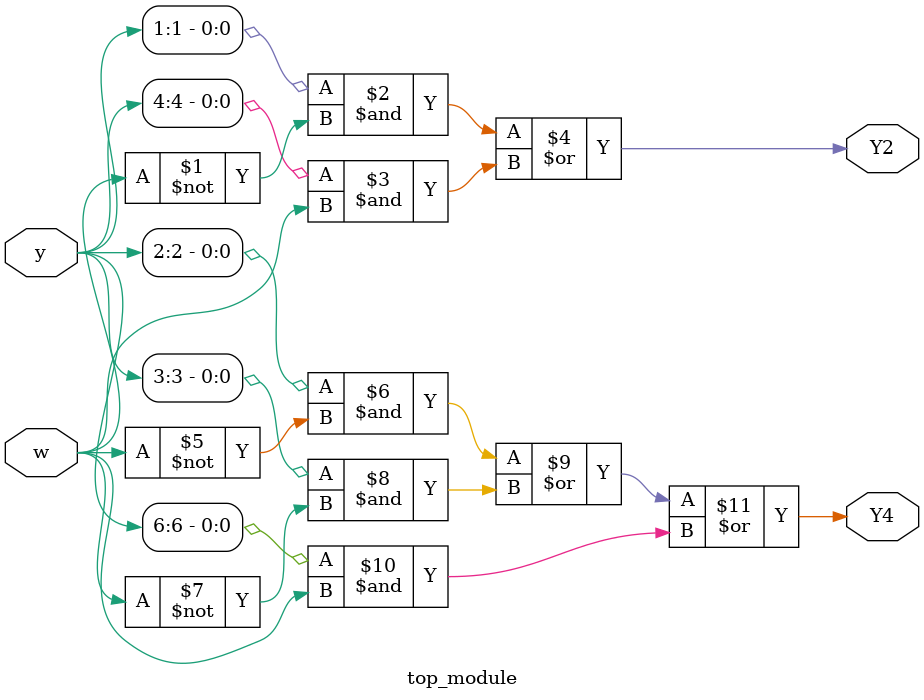
<source format=sv>
module top_module (
    input [6:1] y,
    input w,
    output Y2,
    output Y4
);

    // Derive the next-state logic for Y2
    assign Y2 = (y[1] & ~w) | (y[4] & w);

    // Derive the next-state logic for Y4
    assign Y4 = (y[2] & ~w) | (y[3] & ~w) | (y[6] & w);

endmodule

</source>
